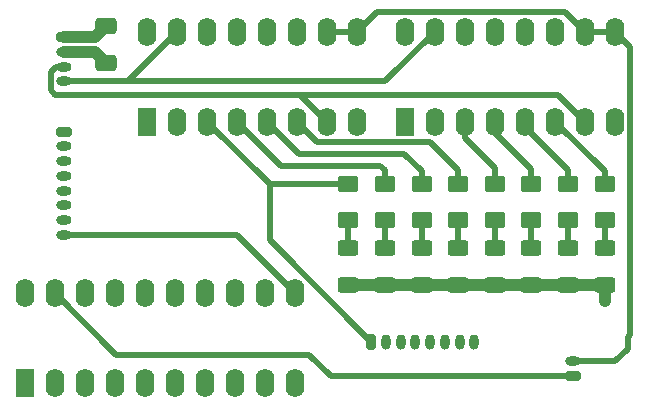
<source format=gbr>
%TF.GenerationSoftware,KiCad,Pcbnew,8.0.3*%
%TF.CreationDate,2024-07-20T16:39:50-07:00*%
%TF.ProjectId,General Register V1,47656e65-7261-46c2-9052-656769737465,rev?*%
%TF.SameCoordinates,Original*%
%TF.FileFunction,Copper,L1,Top*%
%TF.FilePolarity,Positive*%
%FSLAX46Y46*%
G04 Gerber Fmt 4.6, Leading zero omitted, Abs format (unit mm)*
G04 Created by KiCad (PCBNEW 8.0.3) date 2024-07-20 16:39:50*
%MOMM*%
%LPD*%
G01*
G04 APERTURE LIST*
G04 Aperture macros list*
%AMRoundRect*
0 Rectangle with rounded corners*
0 $1 Rounding radius*
0 $2 $3 $4 $5 $6 $7 $8 $9 X,Y pos of 4 corners*
0 Add a 4 corners polygon primitive as box body*
4,1,4,$2,$3,$4,$5,$6,$7,$8,$9,$2,$3,0*
0 Add four circle primitives for the rounded corners*
1,1,$1+$1,$2,$3*
1,1,$1+$1,$4,$5*
1,1,$1+$1,$6,$7*
1,1,$1+$1,$8,$9*
0 Add four rect primitives between the rounded corners*
20,1,$1+$1,$2,$3,$4,$5,0*
20,1,$1+$1,$4,$5,$6,$7,0*
20,1,$1+$1,$6,$7,$8,$9,0*
20,1,$1+$1,$8,$9,$2,$3,0*%
G04 Aperture macros list end*
%TA.AperFunction,SMDPad,CuDef*%
%ADD10RoundRect,0.250000X-0.650000X0.412500X-0.650000X-0.412500X0.650000X-0.412500X0.650000X0.412500X0*%
%TD*%
%TA.AperFunction,SMDPad,CuDef*%
%ADD11RoundRect,0.250001X0.624999X-0.462499X0.624999X0.462499X-0.624999X0.462499X-0.624999X-0.462499X0*%
%TD*%
%TA.AperFunction,SMDPad,CuDef*%
%ADD12RoundRect,0.250000X-0.625000X0.400000X-0.625000X-0.400000X0.625000X-0.400000X0.625000X0.400000X0*%
%TD*%
%TA.AperFunction,ComponentPad*%
%ADD13R,1.600000X2.400000*%
%TD*%
%TA.AperFunction,ComponentPad*%
%ADD14O,1.600000X2.400000*%
%TD*%
%TA.AperFunction,ComponentPad*%
%ADD15RoundRect,0.200000X-0.450000X0.200000X-0.450000X-0.200000X0.450000X-0.200000X0.450000X0.200000X0*%
%TD*%
%TA.AperFunction,ComponentPad*%
%ADD16O,1.300000X0.800000*%
%TD*%
%TA.AperFunction,ComponentPad*%
%ADD17RoundRect,0.200000X0.450000X-0.200000X0.450000X0.200000X-0.450000X0.200000X-0.450000X-0.200000X0*%
%TD*%
%TA.AperFunction,ComponentPad*%
%ADD18RoundRect,0.200000X-0.200000X-0.450000X0.200000X-0.450000X0.200000X0.450000X-0.200000X0.450000X0*%
%TD*%
%TA.AperFunction,ComponentPad*%
%ADD19O,0.800000X1.300000*%
%TD*%
%TA.AperFunction,ViaPad*%
%ADD20C,0.600000*%
%TD*%
%TA.AperFunction,Conductor*%
%ADD21C,0.500000*%
%TD*%
%TA.AperFunction,Conductor*%
%ADD22C,1.000000*%
%TD*%
G04 APERTURE END LIST*
D10*
%TO.P,C3,1*%
%TO.N,VCC*%
X99800000Y-62200000D03*
%TO.P,C3,2*%
%TO.N,GNDREF*%
X99800000Y-65325000D03*
%TD*%
D11*
%TO.P,D2,1,K*%
%TO.N,Net-(D2-K)*%
X123400000Y-78575000D03*
%TO.P,D2,2,A*%
%TO.N,/A6*%
X123400000Y-75600000D03*
%TD*%
%TO.P,D3,1,K*%
%TO.N,Net-(D3-K)*%
X126500000Y-78575000D03*
%TO.P,D3,2,A*%
%TO.N,/A5*%
X126500000Y-75600000D03*
%TD*%
D12*
%TO.P,R6,1*%
%TO.N,Net-(D6-K)*%
X135800000Y-81000000D03*
%TO.P,R6,2*%
%TO.N,GNDREF*%
X135800000Y-84100000D03*
%TD*%
D13*
%TO.P,U5,1,Oe1*%
%TO.N,GNDREF*%
X125100000Y-70300000D03*
D14*
%TO.P,U5,2,Oe2*%
X127640000Y-70300000D03*
%TO.P,U5,3,Q0*%
%TO.N,/A3*%
X130180000Y-70300000D03*
%TO.P,U5,4,Q1*%
%TO.N,/A2*%
X132720000Y-70300000D03*
%TO.P,U5,5,Q2*%
%TO.N,/A1*%
X135260000Y-70300000D03*
%TO.P,U5,6,Q3*%
%TO.N,/A0*%
X137800000Y-70300000D03*
%TO.P,U5,7,Cp*%
%TO.N,/CLK*%
X140340000Y-70300000D03*
%TO.P,U5,8,GND*%
%TO.N,GNDREF*%
X142880000Y-70300000D03*
%TO.P,U5,9,E1*%
%TO.N,/~{Ain}*%
X142880000Y-62680000D03*
%TO.P,U5,10,E2*%
X140340000Y-62680000D03*
%TO.P,U5,11,D3*%
%TO.N,/BUS 0*%
X137800000Y-62680000D03*
%TO.P,U5,12,D2*%
%TO.N,/BUS 1*%
X135260000Y-62680000D03*
%TO.P,U5,13,D1*%
%TO.N,/BUS 2*%
X132720000Y-62680000D03*
%TO.P,U5,14,D0*%
%TO.N,/BUS 3*%
X130180000Y-62680000D03*
%TO.P,U5,15,Mr*%
%TO.N,/CLR*%
X127640000Y-62680000D03*
%TO.P,U5,16,VCC*%
%TO.N,VCC*%
X125100000Y-62680000D03*
%TD*%
D12*
%TO.P,R1,1*%
%TO.N,Net-(D1-K)*%
X120300000Y-81000000D03*
%TO.P,R1,2*%
%TO.N,GNDREF*%
X120300000Y-84100000D03*
%TD*%
D11*
%TO.P,D7,1,K*%
%TO.N,Net-(D7-K)*%
X138900000Y-78575000D03*
%TO.P,D7,2,A*%
%TO.N,/A1*%
X138900000Y-75600000D03*
%TD*%
D15*
%TO.P,J1,1,Pin_1*%
%TO.N,VCC*%
X96200000Y-63125000D03*
D16*
%TO.P,J1,2,Pin_2*%
%TO.N,GNDREF*%
X96200000Y-64375000D03*
%TO.P,J1,3,Pin_3*%
%TO.N,/CLK*%
X96200000Y-65625000D03*
%TO.P,J1,4,Pin_4*%
%TO.N,/CLR*%
X96200000Y-66875000D03*
%TD*%
D12*
%TO.P,R8,1*%
%TO.N,Net-(D8-K)*%
X142000000Y-81000000D03*
%TO.P,R8,2*%
%TO.N,GNDREF*%
X142000000Y-84100000D03*
%TD*%
D11*
%TO.P,D4,1,K*%
%TO.N,Net-(D4-K)*%
X129600000Y-78575000D03*
%TO.P,D4,2,A*%
%TO.N,/A4*%
X129600000Y-75600000D03*
%TD*%
%TO.P,D1,1,K*%
%TO.N,Net-(D1-K)*%
X120300000Y-78575000D03*
%TO.P,D1,2,A*%
%TO.N,/A7*%
X120300000Y-75600000D03*
%TD*%
D12*
%TO.P,R2,1*%
%TO.N,Net-(D2-K)*%
X123400000Y-81000000D03*
%TO.P,R2,2*%
%TO.N,GNDREF*%
X123400000Y-84100000D03*
%TD*%
D13*
%TO.P,U6,1,A->B*%
%TO.N,VCC*%
X92920000Y-92420000D03*
D14*
%TO.P,U6,2,A0*%
%TO.N,/A7*%
X95460000Y-92420000D03*
%TO.P,U6,3,A1*%
%TO.N,/A6*%
X98000000Y-92420000D03*
%TO.P,U6,4,A2*%
%TO.N,/A5*%
X100540000Y-92420000D03*
%TO.P,U6,5,A3*%
%TO.N,/A4*%
X103080000Y-92420000D03*
%TO.P,U6,6,A4*%
%TO.N,/A3*%
X105620000Y-92420000D03*
%TO.P,U6,7,A5*%
%TO.N,/A2*%
X108160000Y-92420000D03*
%TO.P,U6,8,A6*%
%TO.N,/A1*%
X110700000Y-92420000D03*
%TO.P,U6,9,A7*%
%TO.N,/A0*%
X113240000Y-92420000D03*
%TO.P,U6,10,GND*%
%TO.N,GNDREF*%
X115780000Y-92420000D03*
%TO.P,U6,11,B7*%
%TO.N,/BUS 0*%
X115780000Y-84800000D03*
%TO.P,U6,12,B6*%
%TO.N,/BUS 1*%
X113240000Y-84800000D03*
%TO.P,U6,13,B5*%
%TO.N,/BUS 2*%
X110700000Y-84800000D03*
%TO.P,U6,14,B4*%
%TO.N,/BUS 3*%
X108160000Y-84800000D03*
%TO.P,U6,15,B3*%
%TO.N,/BUS 4*%
X105620000Y-84800000D03*
%TO.P,U6,16,B2*%
%TO.N,/BUS 5*%
X103080000Y-84800000D03*
%TO.P,U6,17,B1*%
%TO.N,/BUS 6*%
X100540000Y-84800000D03*
%TO.P,U6,18,B0*%
%TO.N,/BUS 7*%
X98000000Y-84800000D03*
%TO.P,U6,19,CE*%
%TO.N,/~{Aout}*%
X95460000Y-84800000D03*
%TO.P,U6,20,VCC*%
%TO.N,VCC*%
X92920000Y-84800000D03*
%TD*%
D12*
%TO.P,R7,1*%
%TO.N,Net-(D7-K)*%
X138900000Y-81000000D03*
%TO.P,R7,2*%
%TO.N,GNDREF*%
X138900000Y-84100000D03*
%TD*%
%TO.P,R4,1*%
%TO.N,Net-(D4-K)*%
X129600000Y-81000000D03*
%TO.P,R4,2*%
%TO.N,GNDREF*%
X129600000Y-84100000D03*
%TD*%
%TO.P,R5,1*%
%TO.N,Net-(D5-K)*%
X132700000Y-81000000D03*
%TO.P,R5,2*%
%TO.N,GNDREF*%
X132700000Y-84100000D03*
%TD*%
D17*
%TO.P,J3,1,Pin_1*%
%TO.N,/~{Aout}*%
X139300000Y-91825000D03*
D16*
%TO.P,J3,2,Pin_2*%
%TO.N,/~{Ain}*%
X139300000Y-90575000D03*
%TD*%
D15*
%TO.P,J2,1,Pin_1*%
%TO.N,/BUS 7*%
X96200000Y-71125000D03*
D16*
%TO.P,J2,2,Pin_2*%
%TO.N,/BUS 6*%
X96200000Y-72375000D03*
%TO.P,J2,3,Pin_3*%
%TO.N,/BUS 5*%
X96200000Y-73625000D03*
%TO.P,J2,4,Pin_4*%
%TO.N,/BUS 4*%
X96200000Y-74875000D03*
%TO.P,J2,5,Pin_5*%
%TO.N,/BUS 3*%
X96200000Y-76125000D03*
%TO.P,J2,6,Pin_6*%
%TO.N,/BUS 2*%
X96200000Y-77375000D03*
%TO.P,J2,7,Pin_7*%
%TO.N,/BUS 1*%
X96200000Y-78625000D03*
%TO.P,J2,8,Pin_8*%
%TO.N,/BUS 0*%
X96200000Y-79875000D03*
%TD*%
D11*
%TO.P,D6,1,K*%
%TO.N,Net-(D6-K)*%
X135800000Y-78575000D03*
%TO.P,D6,2,A*%
%TO.N,/A2*%
X135800000Y-75600000D03*
%TD*%
%TO.P,D8,1,K*%
%TO.N,Net-(D8-K)*%
X142000000Y-78575000D03*
%TO.P,D8,2,A*%
%TO.N,/A0*%
X142000000Y-75600000D03*
%TD*%
D13*
%TO.P,U4,1,Oe1*%
%TO.N,GNDREF*%
X103280000Y-70300000D03*
D14*
%TO.P,U4,2,Oe2*%
X105820000Y-70300000D03*
%TO.P,U4,3,Q0*%
%TO.N,/A7*%
X108360000Y-70300000D03*
%TO.P,U4,4,Q1*%
%TO.N,/A6*%
X110900000Y-70300000D03*
%TO.P,U4,5,Q2*%
%TO.N,/A5*%
X113440000Y-70300000D03*
%TO.P,U4,6,Q3*%
%TO.N,/A4*%
X115980000Y-70300000D03*
%TO.P,U4,7,Cp*%
%TO.N,/CLK*%
X118520000Y-70300000D03*
%TO.P,U4,8,GND*%
%TO.N,GNDREF*%
X121060000Y-70300000D03*
%TO.P,U4,9,E1*%
%TO.N,/~{Ain}*%
X121060000Y-62680000D03*
%TO.P,U4,10,E2*%
X118520000Y-62680000D03*
%TO.P,U4,11,D3*%
%TO.N,/BUS 4*%
X115980000Y-62680000D03*
%TO.P,U4,12,D2*%
%TO.N,/BUS 5*%
X113440000Y-62680000D03*
%TO.P,U4,13,D1*%
%TO.N,/BUS 6*%
X110900000Y-62680000D03*
%TO.P,U4,14,D0*%
%TO.N,/BUS 7*%
X108360000Y-62680000D03*
%TO.P,U4,15,Mr*%
%TO.N,/CLR*%
X105820000Y-62680000D03*
%TO.P,U4,16,VCC*%
%TO.N,VCC*%
X103280000Y-62680000D03*
%TD*%
D18*
%TO.P,J4,1,Pin_1*%
%TO.N,/A7*%
X122225000Y-88900000D03*
D19*
%TO.P,J4,2,Pin_2*%
%TO.N,/A6*%
X123475000Y-88900000D03*
%TO.P,J4,3,Pin_3*%
%TO.N,/A5*%
X124725000Y-88900000D03*
%TO.P,J4,4,Pin_4*%
%TO.N,/A4*%
X125975000Y-88900000D03*
%TO.P,J4,5,Pin_5*%
%TO.N,/A3*%
X127225000Y-88900000D03*
%TO.P,J4,6,Pin_6*%
%TO.N,/A2*%
X128475000Y-88900000D03*
%TO.P,J4,7,Pin_7*%
%TO.N,/A1*%
X129725000Y-88900000D03*
%TO.P,J4,8,Pin_8*%
%TO.N,/A0*%
X130975000Y-88900000D03*
%TD*%
D12*
%TO.P,R3,1*%
%TO.N,Net-(D3-K)*%
X126500000Y-81000000D03*
%TO.P,R3,2*%
%TO.N,GNDREF*%
X126500000Y-84100000D03*
%TD*%
D11*
%TO.P,D5,1,K*%
%TO.N,Net-(D5-K)*%
X132700000Y-78575000D03*
%TO.P,D5,2,A*%
%TO.N,/A3*%
X132700000Y-75600000D03*
%TD*%
D20*
%TO.N,GNDREF*%
X142000000Y-85500000D03*
%TD*%
D21*
%TO.N,Net-(D1-K)*%
X120300000Y-78575000D02*
X120300000Y-81000000D01*
D22*
%TO.N,GNDREF*%
X98850000Y-64375000D02*
X99800000Y-65325000D01*
X126500000Y-84100000D02*
X129600000Y-84100000D01*
X142000000Y-84100000D02*
X142000000Y-85500000D01*
X142000000Y-84100000D02*
X138900000Y-84100000D01*
X138900000Y-84100000D02*
X135800000Y-84100000D01*
X132700000Y-84100000D02*
X129600000Y-84100000D01*
X135800000Y-84100000D02*
X132700000Y-84100000D01*
X120300000Y-84100000D02*
X123400000Y-84100000D01*
X123400000Y-84100000D02*
X126500000Y-84100000D01*
X96200000Y-64375000D02*
X98850000Y-64375000D01*
D21*
%TO.N,Net-(D2-K)*%
X123400000Y-78575000D02*
X123400000Y-81000000D01*
%TO.N,Net-(D3-K)*%
X126500000Y-78575000D02*
X126500000Y-81000000D01*
%TO.N,Net-(D4-K)*%
X129600000Y-78575000D02*
X129600000Y-81000000D01*
%TO.N,Net-(D5-K)*%
X132700000Y-78575000D02*
X132700000Y-81000000D01*
%TO.N,Net-(D6-K)*%
X135800000Y-78575000D02*
X135800000Y-81000000D01*
%TO.N,Net-(D7-K)*%
X138900000Y-78575000D02*
X138900000Y-81000000D01*
%TO.N,Net-(D8-K)*%
X142000000Y-78575000D02*
X142000000Y-81000000D01*
%TO.N,/A5*%
X125000000Y-73000000D02*
X116140000Y-73000000D01*
X126500000Y-74500000D02*
X125000000Y-73000000D01*
X116140000Y-73000000D02*
X113440000Y-70300000D01*
X126500000Y-75600000D02*
X126500000Y-74500000D01*
D22*
%TO.N,VCC*%
X96200000Y-63125000D02*
X98875000Y-63125000D01*
X98875000Y-63125000D02*
X99800000Y-62200000D01*
D21*
%TO.N,/A7*%
X113660000Y-75600000D02*
X108360000Y-70300000D01*
X113660000Y-80335000D02*
X113660000Y-75600000D01*
X122225000Y-88900000D02*
X113660000Y-80335000D01*
X120300000Y-75600000D02*
X113660000Y-75600000D01*
%TO.N,/A2*%
X135800000Y-75600000D02*
X135800000Y-74300000D01*
X132720000Y-71220000D02*
X132720000Y-70300000D01*
X135800000Y-74300000D02*
X132720000Y-71220000D01*
X132800000Y-70300000D02*
X132720000Y-70300000D01*
%TO.N,/A4*%
X129600000Y-74350000D02*
X127250000Y-72000000D01*
X117680000Y-72000000D02*
X115980000Y-70300000D01*
X127250000Y-72000000D02*
X117680000Y-72000000D01*
X129600000Y-75600000D02*
X129600000Y-74350000D01*
%TO.N,/A6*%
X123400000Y-75600000D02*
X123400000Y-74400000D01*
X123400000Y-74400000D02*
X123000000Y-74000000D01*
X114600000Y-74000000D02*
X110900000Y-70300000D01*
X123000000Y-74000000D02*
X114600000Y-74000000D01*
%TO.N,/~{Aout}*%
X118825000Y-91825000D02*
X117000000Y-90000000D01*
X100660000Y-90000000D02*
X95460000Y-84800000D01*
X139300000Y-91825000D02*
X118825000Y-91825000D01*
X117000000Y-90000000D02*
X100660000Y-90000000D01*
%TO.N,/A0*%
X142000000Y-75600000D02*
X142000000Y-74500000D01*
X142000000Y-74500000D02*
X137800000Y-70300000D01*
%TO.N,/A1*%
X138900000Y-74400000D02*
X135260000Y-70760000D01*
X135260000Y-70300000D02*
X135300000Y-70300000D01*
X138900000Y-75600000D02*
X138900000Y-74400000D01*
X135260000Y-70760000D02*
X135260000Y-70300000D01*
%TO.N,/A3*%
X132700000Y-75600000D02*
X132700000Y-74200000D01*
X132700000Y-74200000D02*
X130180000Y-71680000D01*
X130180000Y-71680000D02*
X130180000Y-70300000D01*
%TO.N,/BUS 0*%
X110855000Y-79875000D02*
X115780000Y-84800000D01*
X96200000Y-79875000D02*
X110855000Y-79875000D01*
%TO.N,/~{Ain}*%
X140340000Y-62680000D02*
X142880000Y-62680000D01*
X144000000Y-89500000D02*
X144000000Y-88500000D01*
X144000000Y-88500000D02*
X144130000Y-88370000D01*
X122710000Y-61030000D02*
X138690000Y-61030000D01*
X121060000Y-62680000D02*
X122710000Y-61030000D01*
X118520000Y-62680000D02*
X121060000Y-62680000D01*
X144130000Y-63930000D02*
X142880000Y-62680000D01*
X142925000Y-90575000D02*
X144000000Y-89500000D01*
X139300000Y-90575000D02*
X142925000Y-90575000D01*
X144130000Y-88370000D02*
X144130000Y-63930000D01*
X138690000Y-61030000D02*
X140340000Y-62680000D01*
%TO.N,/CLK*%
X138040000Y-68000000D02*
X140340000Y-70300000D01*
X96200000Y-65625000D02*
X95550000Y-65625000D01*
X95100000Y-66075000D02*
X95100000Y-67600000D01*
X116220000Y-68000000D02*
X138040000Y-68000000D01*
X95100000Y-67600000D02*
X95500000Y-68000000D01*
X95500000Y-68000000D02*
X116220000Y-68000000D01*
X116220000Y-68000000D02*
X118520000Y-70300000D01*
X95550000Y-65625000D02*
X95100000Y-66075000D01*
%TO.N,/CLR*%
X96200000Y-66875000D02*
X101625000Y-66875000D01*
X96200000Y-66875000D02*
X123445000Y-66875000D01*
X123445000Y-66875000D02*
X127640000Y-62680000D01*
X101625000Y-66875000D02*
X105820000Y-62680000D01*
%TD*%
M02*

</source>
